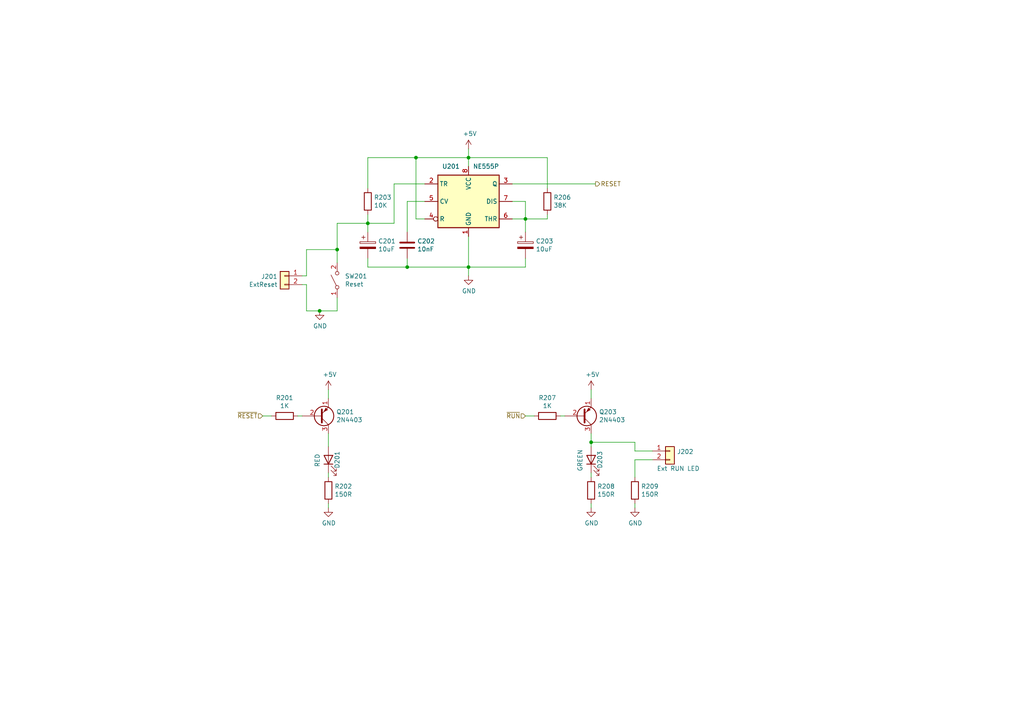
<source format=kicad_sch>
(kicad_sch (version 20211123) (generator eeschema)
  (paper "A4")
  (lib_symbols
    (symbol "Connector_Generic:Conn_01x02" (pin_names (offset 1.016) hide)
      (property "Reference" "J" (at 0 2.54 0))
      (property "Value" "Conn_01x02" (at 0 -5.08 0))
      (symbol "Conn_01x02_1_1"
        (rectangle (start -1.27 -2.413) (end 0 -2.667) (stroke (width 0.1524)))
        (rectangle (start -1.27 0.127) (end 0 -0.127) (stroke (width 0.1524)))
        (rectangle (start -1.27 1.27) (end 1.27 -3.81) (stroke (width 0.254)) (fill (type background)))
        (pin passive line (at -5.08 0 0) (length 3.81) (name "Pin_1") (number "1"))
        (pin passive line (at -5.08 -2.54 0) (length 3.81) (name "Pin_2") (number "2"))
      )
    )
    (symbol "Device:C" (pin_numbers hide) (pin_names (offset 0.254))
      (property "Reference" "C" (at 0.635 2.54 0))
      (property "Value" "C" (at 0.635 -2.54 0))
      (symbol "C_0_1"
        (polyline (pts (xy -2.032 -0.762) (xy 2.032 -0.762)) (stroke (width 0.508)))
        (polyline (pts (xy -2.032 0.762) (xy 2.032 0.762)) (stroke (width 0.508)))
      )
      (symbol "C_1_1"
        (pin passive line (at 0 3.81 270) (length 2.794) (name "~") (number "1"))
        (pin passive line (at 0 -3.81 90) (length 2.794) (name "~") (number "2"))
      )
    )
    (symbol "Device:C_Polarized" (pin_numbers hide) (pin_names (offset 0.254))
      (property "Reference" "C" (at 0.635 2.54 0))
      (property "Value" "C_Polarized" (at 0.635 -2.54 0))
      (symbol "C_Polarized_0_1"
        (rectangle (start -2.286 0.508) (end 2.286 1.016))
        (polyline (pts (xy -1.778 2.286) (xy -0.762 2.286)))
        (polyline (pts (xy -1.27 2.794) (xy -1.27 1.778)))
        (rectangle (start 2.286 -0.508) (end -2.286 -1.016) (fill (type outline)))
      )
      (symbol "C_Polarized_1_1"
        (pin passive line (at 0 3.81 270) (length 2.794) (name "~") (number "1"))
        (pin passive line (at 0 -3.81 90) (length 2.794) (name "~") (number "2"))
      )
    )
    (symbol "Device:LED" (pin_numbers hide) (pin_names (offset 1.016) hide)
      (property "Reference" "D" (at 0 2.54 0))
      (property "Value" "LED" (at 0 -2.54 0))
      (symbol "LED_0_1"
        (polyline (pts (xy -1.27 -1.27) (xy -1.27 1.27)) (stroke (width 0.254)))
        (polyline (pts (xy -1.27 0) (xy 1.27 0)))
        (polyline (pts (xy 1.27 -1.27) (xy 1.27 1.27) (xy -1.27 0) (xy 1.27 -1.27)) (stroke (width 0.254)))
        (polyline (pts (xy -3.048 -0.762) (xy -4.572 -2.286) (xy -3.81 -2.286) (xy -4.572 -2.286) (xy -4.572 -1.524)))
        (polyline (pts (xy -1.778 -0.762) (xy -3.302 -2.286) (xy -2.54 -2.286) (xy -3.302 -2.286) (xy -3.302 -1.524)))
      )
      (symbol "LED_1_1"
        (pin passive line (at -3.81 0 0) (length 2.54) (name "K") (number "1"))
        (pin passive line (at 3.81 0 180) (length 2.54) (name "A") (number "2"))
      )
    )
    (symbol "Device:Q_PNP_EBC" (pin_names (offset 0) hide)
      (property "Reference" "Q" (at 5.08 1.27 0))
      (property "Value" "Q_PNP_EBC" (at 5.08 -1.27 0))
      (symbol "Q_PNP_EBC_0_1"
        (polyline (pts (xy 0.635 0.635) (xy 2.54 2.54)))
        (polyline (pts (xy 0.635 -0.635) (xy 2.54 -2.54) (xy 2.54 -2.54)))
        (polyline (pts (xy 0.635 1.905) (xy 0.635 -1.905) (xy 0.635 -1.905)) (stroke (width 0.508)))
        (polyline (pts (xy 2.286 -1.778) (xy 1.778 -2.286) (xy 1.27 -1.27) (xy 2.286 -1.778) (xy 2.286 -1.778)) (fill (type outline)))
        (circle (center 1.27 0) (radius 2.8194) (stroke (width 0.254)))
      )
      (symbol "Q_PNP_EBC_1_1"
        (pin passive line (at 2.54 -5.08 90) (length 2.54) (name "E") (number "1"))
        (pin input line (at -5.08 0 0) (length 5.715) (name "B") (number "2"))
        (pin passive line (at 2.54 5.08 270) (length 2.54) (name "C") (number "3"))
      )
    )
    (symbol "Device:R" (pin_numbers hide) (pin_names (offset 0))
      (property "Reference" "R" (at 2.032 0 90))
      (property "Value" "R" (at 0 0 90))
      (symbol "R_0_1"
        (rectangle (start -1.016 -2.54) (end 1.016 2.54) (stroke (width 0.254)))
      )
      (symbol "R_1_1"
        (pin passive line (at 0 3.81 270) (length 1.27) (name "~") (number "1"))
        (pin passive line (at 0 -3.81 90) (length 1.27) (name "~") (number "2"))
      )
    )
    (symbol "Switch:SW_SPST" (pin_names (offset 0) hide)
      (property "Reference" "SW" (at 0 3.175 0))
      (property "Value" "SW_SPST" (at 0 -2.54 0))
      (symbol "SW_SPST_0_0"
        (circle (center -2.032 0) (radius 0.508))
        (polyline (pts (xy -1.524 0.254) (xy 1.524 1.778)))
        (circle (center 2.032 0) (radius 0.508))
      )
      (symbol "SW_SPST_1_1"
        (pin passive line (at -5.08 0 0) (length 2.54) (name "A") (number "1"))
        (pin passive line (at 5.08 0 180) (length 2.54) (name "B") (number "2"))
      )
    )
    (symbol "Timer:NE555P"
      (property "Reference" "U" (at -10.16 8.89 0))
      (property "Value" "NE555P" (at 2.54 8.89 0))
      (symbol "NE555P_0_0"
        (pin power_in line (at 0 -10.16 90) (length 2.54) (name "GND") (number "1"))
        (pin power_in line (at 0 10.16 270) (length 2.54) (name "VCC") (number "8"))
      )
      (symbol "NE555P_0_1"
        (rectangle (start -8.89 -7.62) (end 8.89 7.62) (stroke (width 0.254)) (fill (type background)))
        (rectangle (start -8.89 -7.62) (end 8.89 7.62) (stroke (width 0.254)) (fill (type background)))
      )
      (symbol "NE555P_1_1"
        (pin input line (at -12.7 5.08 0) (length 3.81) (name "TR") (number "2"))
        (pin output line (at 12.7 5.08 180) (length 3.81) (name "Q") (number "3"))
        (pin input inverted (at -12.7 -5.08 0) (length 3.81) (name "R") (number "4"))
        (pin input line (at -12.7 0 0) (length 3.81) (name "CV") (number "5"))
        (pin input line (at 12.7 -5.08 180) (length 3.81) (name "THR") (number "6"))
        (pin input line (at 12.7 0 180) (length 3.81) (name "DIS") (number "7"))
      )
    )
    (symbol "power:+5V" (power) (pin_names (offset 0))
      (property "Value" "+5V" (at 0 3.556 0))
      (symbol "+5V_0_1"
        (polyline (pts (xy -0.762 1.27) (xy 0 2.54)))
        (polyline (pts (xy 0 0) (xy 0 2.54)))
        (polyline (pts (xy 0 2.54) (xy 0.762 1.27)))
      )
      (symbol "+5V_1_1"
        (pin power_in line (at 0 0 90) (length 0) hide (name "+5V") (number "1"))
      )
    )
    (symbol "power:GND" (power) (pin_names (offset 0))
      (property "Value" "GND" (at 0 -3.81 0))
      (symbol "GND_0_1"
        (polyline (pts (xy 0 0) (xy 0 -1.27) (xy 1.27 -1.27) (xy 0 -2.54) (xy -1.27 -1.27) (xy 0 -1.27)))
      )
      (symbol "GND_1_1"
        (pin power_in line (at 0 0 270) (length 0) hide (name "GND") (number "1"))
      )
    )
  )
  (junction (at 92.71 90.17))
  (junction (at 118.11 77.47))
  (junction (at 135.89 45.72))
  (junction (at 106.68 64.77))
  (junction (at 152.4 63.5))
  (junction (at 171.45 128.27))
  (junction (at 120.65 45.72))
  (junction (at 97.79 72.39))
  (junction (at 135.89 77.47))
  (wire (pts (xy 88.9 80.01) (xy 88.9 72.39)))
  (wire (pts (xy 184.15 147.32) (xy 184.15 146.05)))
  (wire (pts (xy 114.3 53.34) (xy 114.3 64.77)))
  (wire (pts (xy 87.63 80.01) (xy 88.9 80.01)))
  (wire (pts (xy 95.25 137.16) (xy 95.25 138.43)))
  (wire (pts (xy 123.19 53.34) (xy 114.3 53.34)))
  (wire (pts (xy 135.89 43.18) (xy 135.89 45.72)))
  (wire (pts (xy 106.68 77.47) (xy 106.68 74.93)))
  (wire (pts (xy 148.59 63.5) (xy 152.4 63.5)))
  (wire (pts (xy 106.68 64.77) (xy 106.68 67.31)))
  (wire (pts (xy 148.59 53.34) (xy 172.72 53.34)))
  (wire (pts (xy 95.25 113.03) (xy 95.25 115.57)))
  (wire (pts (xy 88.9 72.39) (xy 97.79 72.39)))
  (wire (pts (xy 184.15 138.43) (xy 184.15 133.35)))
  (wire (pts (xy 123.19 58.42) (xy 118.11 58.42)))
  (wire (pts (xy 171.45 146.05) (xy 171.45 147.32)))
  (wire (pts (xy 106.68 64.77) (xy 97.79 64.77)))
  (wire (pts (xy 152.4 58.42) (xy 152.4 63.5)))
  (wire (pts (xy 97.79 64.77) (xy 97.79 72.39)))
  (wire (pts (xy 152.4 120.65) (xy 154.94 120.65)))
  (wire (pts (xy 97.79 76.2) (xy 97.79 72.39)))
  (wire (pts (xy 88.9 90.17) (xy 92.71 90.17)))
  (wire (pts (xy 114.3 64.77) (xy 106.68 64.77)))
  (wire (pts (xy 118.11 77.47) (xy 106.68 77.47)))
  (wire (pts (xy 76.2 120.65) (xy 78.74 120.65)))
  (wire (pts (xy 135.89 77.47) (xy 135.89 80.01)))
  (wire (pts (xy 97.79 90.17) (xy 92.71 90.17)))
  (wire (pts (xy 135.89 77.47) (xy 152.4 77.47)))
  (wire (pts (xy 86.36 120.65) (xy 87.63 120.65)))
  (wire (pts (xy 171.45 137.16) (xy 171.45 138.43)))
  (wire (pts (xy 162.56 120.65) (xy 163.83 120.65)))
  (wire (pts (xy 171.45 125.73) (xy 171.45 128.27)))
  (wire (pts (xy 95.25 125.73) (xy 95.25 129.54)))
  (wire (pts (xy 87.63 82.55) (xy 88.9 82.55)))
  (wire (pts (xy 171.45 113.03) (xy 171.45 115.57)))
  (wire (pts (xy 171.45 128.27) (xy 171.45 129.54)))
  (wire (pts (xy 135.89 77.47) (xy 135.89 68.58)))
  (wire (pts (xy 189.23 130.81) (xy 184.15 130.81)))
  (wire (pts (xy 97.79 86.36) (xy 97.79 90.17)))
  (wire (pts (xy 88.9 82.55) (xy 88.9 90.17)))
  (wire (pts (xy 152.4 63.5) (xy 158.75 63.5)))
  (wire (pts (xy 123.19 63.5) (xy 120.65 63.5)))
  (wire (pts (xy 158.75 45.72) (xy 158.75 54.61)))
  (wire (pts (xy 106.68 62.23) (xy 106.68 64.77)))
  (wire (pts (xy 120.65 63.5) (xy 120.65 45.72)))
  (wire (pts (xy 118.11 58.42) (xy 118.11 67.31)))
  (wire (pts (xy 118.11 74.93) (xy 118.11 77.47)))
  (wire (pts (xy 158.75 63.5) (xy 158.75 62.23)))
  (wire (pts (xy 184.15 133.35) (xy 189.23 133.35)))
  (wire (pts (xy 118.11 77.47) (xy 135.89 77.47)))
  (wire (pts (xy 152.4 77.47) (xy 152.4 74.93)))
  (wire (pts (xy 120.65 45.72) (xy 135.89 45.72)))
  (wire (pts (xy 106.68 45.72) (xy 106.68 54.61)))
  (wire (pts (xy 152.4 63.5) (xy 152.4 67.31)))
  (wire (pts (xy 148.59 58.42) (xy 152.4 58.42)))
  (wire (pts (xy 106.68 45.72) (xy 120.65 45.72)))
  (wire (pts (xy 184.15 128.27) (xy 171.45 128.27)))
  (wire (pts (xy 135.89 45.72) (xy 135.89 48.26)))
  (wire (pts (xy 135.89 45.72) (xy 158.75 45.72)))
  (wire (pts (xy 184.15 128.27) (xy 184.15 130.81)))
  (wire (pts (xy 95.25 146.05) (xy 95.25 147.32)))
  (hierarchical_label "~{RUN}" (shape input) (at 152.4 120.65 180))
  (hierarchical_label "RESET" (shape output) (at 172.72 53.34 0))
  (hierarchical_label "~{RESET}" (shape input) (at 76.2 120.65 180))
  (symbol (lib_id "Timer:NE555P") (at 135.89 58.42 0) (unit 1)
    (property "Reference" "U201" (at 130.81 48.26 0))
    (property "Value" "NE555P" (at 140.97 48.26 0))
    (property "Footprint" "Package_DIP:DIP-8_W7.62mm" (effects hide))
    (property "Datasheet" "http://www.ti.com/lit/ds/symlink/ne555.pdf" (effects hide))
  )
  (symbol (lib_id "Connector_Generic:Conn_01x02") (at 82.55 80.01 0) (mirror y) (unit 1)
    (property "Reference" "J201" (at 80.518 80.2132 0) (effects (justify left)))
    (property "Value" "ExtReset" (at 80.518 82.5246 0) (effects (justify left)))
    (property "Footprint" "Connector_PinHeader_2.54mm:PinHeader_1x02_P2.54mm_Vertical" (effects hide))
  )
  (symbol (lib_id "Device:R") (at 106.68 58.42 0) (unit 1)
    (property "Reference" "R203" (at 108.458 57.2516 0) (effects (justify left)))
    (property "Value" "10K" (at 108.458 59.563 0) (effects (justify left)))
    (property "Footprint" "Resistor_THT:R_Axial_DIN0207_L6.3mm_D2.5mm_P10.16mm_Horizontal" (effects hide))
  )
  (symbol (lib_id "Device:R") (at 158.75 58.42 0) (unit 1)
    (property "Reference" "R206" (at 160.528 57.2516 0) (effects (justify left)))
    (property "Value" "38K" (at 160.528 59.563 0) (effects (justify left)))
    (property "Footprint" "Resistor_THT:R_Axial_DIN0207_L6.3mm_D2.5mm_P10.16mm_Horizontal" (effects hide))
  )
  (symbol (lib_id "Device:C_Polarized") (at 152.4 71.12 0) (unit 1)
    (property "Reference" "C203" (at 155.3972 69.9516 0) (effects (justify left)))
    (property "Value" "10uF" (at 155.3972 72.263 0) (effects (justify left)))
    (property "Footprint" "Capacitor_THT:CP_Radial_D5.0mm_P2.50mm" (effects hide))
  )
  (symbol (lib_id "Device:C_Polarized") (at 106.68 71.12 0) (unit 1)
    (property "Reference" "C201" (at 109.6772 69.9516 0) (effects (justify left)))
    (property "Value" "10uF" (at 109.6772 72.263 0) (effects (justify left)))
    (property "Footprint" "Capacitor_THT:CP_Radial_D5.0mm_P2.50mm" (effects hide))
  )
  (symbol (lib_id "Device:C") (at 118.11 71.12 0) (unit 1)
    (property "Reference" "C202" (at 121.031 69.9516 0) (effects (justify left)))
    (property "Value" "10nF" (at 121.031 72.263 0) (effects (justify left)))
    (property "Footprint" "Capacitor_THT:C_Disc_D3.8mm_W2.6mm_P2.50mm" (effects hide))
  )
  (symbol (lib_id "power:GND") (at 135.89 80.01 0) (unit 1)
    (property "Reference" "#PWR0207" (effects hide))
    (property "Value" "GND" (at 136.017 84.4042 0))
  )
  (symbol (lib_id "power:+5V") (at 135.89 43.18 0) (unit 1)
    (property "Reference" "#PWR0206" (effects hide))
    (property "Value" "+5V" (at 136.271 38.7858 0))
  )
  (symbol (lib_id "power:GND") (at 92.71 90.17 0) (unit 1)
    (property "Reference" "#PWR0201" (effects hide))
    (property "Value" "GND" (at 92.837 94.5642 0))
  )
  (symbol (lib_id "Switch:SW_SPST") (at 97.79 81.28 90) (unit 1)
    (property "Reference" "SW201" (at 100.0252 80.1116 90) (effects (justify right)))
    (property "Value" "Reset" (at 100.0252 82.423 90) (effects (justify right)))
    (property "Footprint" "Button_Switch_THT:SW_PUSH_6mm_H4.3mm" (effects hide))
  )
  (symbol (lib_id "Device:R") (at 82.55 120.65 270) (unit 1)
    (property "Reference" "R201" (at 82.55 115.3922 90))
    (property "Value" "1K" (at 82.55 117.7036 90))
    (property "Footprint" "Resistor_THT:R_Axial_DIN0207_L6.3mm_D2.5mm_P10.16mm_Horizontal" (effects hide))
  )
  (symbol (lib_id "Device:R") (at 95.25 142.24 180) (unit 1)
    (property "Reference" "R202" (at 97.028 141.0716 0) (effects (justify right)))
    (property "Value" "150R" (at 97.028 143.383 0) (effects (justify right)))
    (property "Footprint" "Resistor_THT:R_Axial_DIN0207_L6.3mm_D2.5mm_P10.16mm_Horizontal" (effects hide))
  )
  (symbol (lib_id "Device:Q_PNP_EBC") (at 92.71 120.65 0) (mirror x) (unit 1)
    (property "Reference" "Q201" (at 97.536 119.4816 0) (effects (justify left)))
    (property "Value" "2N4403" (at 97.536 121.793 0) (effects (justify left)))
    (property "Footprint" "Package_TO_SOT_THT:TO-92" (effects hide))
  )
  (symbol (lib_id "Device:LED") (at 95.25 133.35 90) (unit 1)
    (property "Reference" "D201" (at 97.79 133.35 0))
    (property "Value" "RED" (at 92.0496 133.5278 0))
    (property "Footprint" "LED_THT:LED_D5.0mm" (effects hide))
  )
  (symbol (lib_id "power:GND") (at 95.25 147.32 0) (unit 1)
    (property "Reference" "#PWR0203" (effects hide))
    (property "Value" "GND" (at 95.377 151.7142 0))
  )
  (symbol (lib_id "power:+5V") (at 95.25 113.03 0) (unit 1)
    (property "Reference" "#PWR0202" (effects hide))
    (property "Value" "+5V" (at 95.631 108.6358 0))
  )
  (symbol (lib_id "Device:R") (at 158.75 120.65 270) (unit 1)
    (property "Reference" "R207" (at 158.75 115.3922 90))
    (property "Value" "1K" (at 158.75 117.7036 90))
    (property "Footprint" "Resistor_THT:R_Axial_DIN0207_L6.3mm_D2.5mm_P10.16mm_Horizontal" (effects hide))
  )
  (symbol (lib_id "Device:R") (at 171.45 142.24 180) (unit 1)
    (property "Reference" "R208" (at 173.228 141.0716 0) (effects (justify right)))
    (property "Value" "150R" (at 173.228 143.383 0) (effects (justify right)))
    (property "Footprint" "Resistor_THT:R_Axial_DIN0207_L6.3mm_D2.5mm_P10.16mm_Horizontal" (effects hide))
  )
  (symbol (lib_id "Device:Q_PNP_EBC") (at 168.91 120.65 0) (mirror x) (unit 1)
    (property "Reference" "Q203" (at 173.736 119.4816 0) (effects (justify left)))
    (property "Value" "2N4403" (at 173.736 121.793 0) (effects (justify left)))
    (property "Footprint" "Package_TO_SOT_THT:TO-92" (effects hide))
  )
  (symbol (lib_id "Device:LED") (at 171.45 133.35 90) (unit 1)
    (property "Reference" "D203" (at 173.99 133.35 0))
    (property "Value" "GREEN" (at 168.2496 133.5278 0))
    (property "Footprint" "LED_THT:LED_D5.0mm" (effects hide))
  )
  (symbol (lib_id "power:GND") (at 171.45 147.32 0) (unit 1)
    (property "Reference" "#PWR0209" (effects hide))
    (property "Value" "GND" (at 171.577 151.7142 0))
  )
  (symbol (lib_id "power:+5V") (at 171.45 113.03 0) (unit 1)
    (property "Reference" "#PWR0208" (effects hide))
    (property "Value" "+5V" (at 171.831 108.6358 0))
  )
  (symbol (lib_id "Connector_Generic:Conn_01x02") (at 194.31 130.81 0) (unit 1)
    (property "Reference" "J202" (at 196.342 131.0132 0) (effects (justify left)))
    (property "Value" "Ext RUN LED" (at 190.5 135.89 0) (effects (justify left)))
    (property "Footprint" "Connector_PinHeader_2.54mm:PinHeader_1x02_P2.54mm_Vertical" (effects hide))
  )
  (symbol (lib_id "Device:R") (at 184.15 142.24 180) (unit 1)
    (property "Reference" "R209" (at 185.928 141.0716 0) (effects (justify right)))
    (property "Value" "150R" (at 185.928 143.383 0) (effects (justify right)))
    (property "Footprint" "Resistor_THT:R_Axial_DIN0207_L6.3mm_D2.5mm_P10.16mm_Horizontal" (effects hide))
  )
  (symbol (lib_id "power:GND") (at 184.15 147.32 0) (unit 1)
    (property "Reference" "#PWR0210" (effects hide))
    (property "Value" "GND" (at 184.277 151.7142 0))
  )
)
</source>
